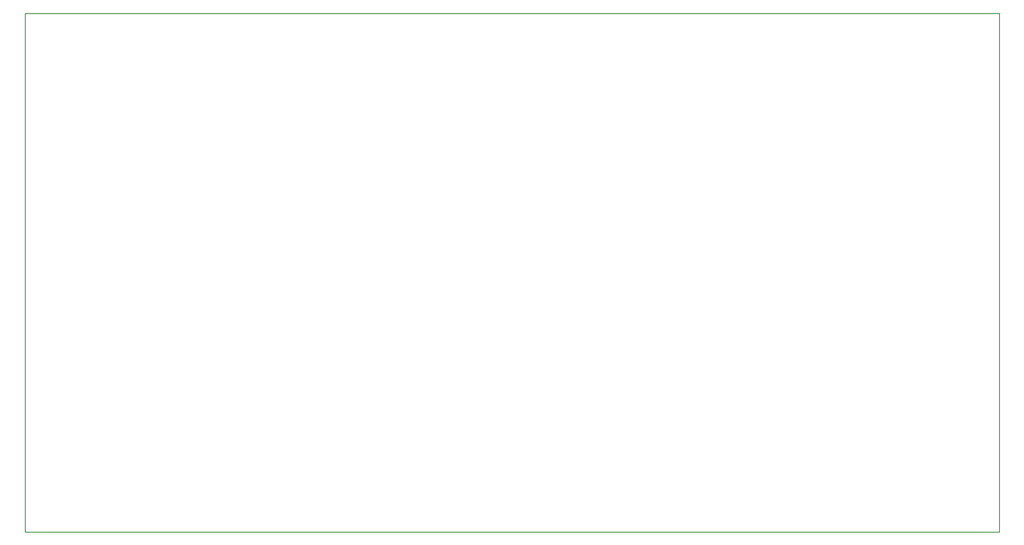
<source format=gbr>
%TF.GenerationSoftware,KiCad,Pcbnew,(6.0.2-0)*%
%TF.CreationDate,2022-03-01T22:23:55+01:00*%
%TF.ProjectId,RP2040GPSTracker,52503230-3430-4475-9053-547261636b65,rev?*%
%TF.SameCoordinates,PX4416780PY363af58*%
%TF.FileFunction,Profile,NP*%
%FSLAX46Y46*%
G04 Gerber Fmt 4.6, Leading zero omitted, Abs format (unit mm)*
G04 Created by KiCad (PCBNEW (6.0.2-0)) date 2022-03-01 22:23:55*
%MOMM*%
%LPD*%
G01*
G04 APERTURE LIST*
%TA.AperFunction,Profile*%
%ADD10C,0.050000*%
%TD*%
G04 APERTURE END LIST*
D10*
X0Y53000000D02*
X99590000Y53000000D01*
X99590000Y53000000D02*
X99590000Y0D01*
X99590000Y0D02*
X0Y0D01*
X0Y0D02*
X0Y53000000D01*
M02*

</source>
